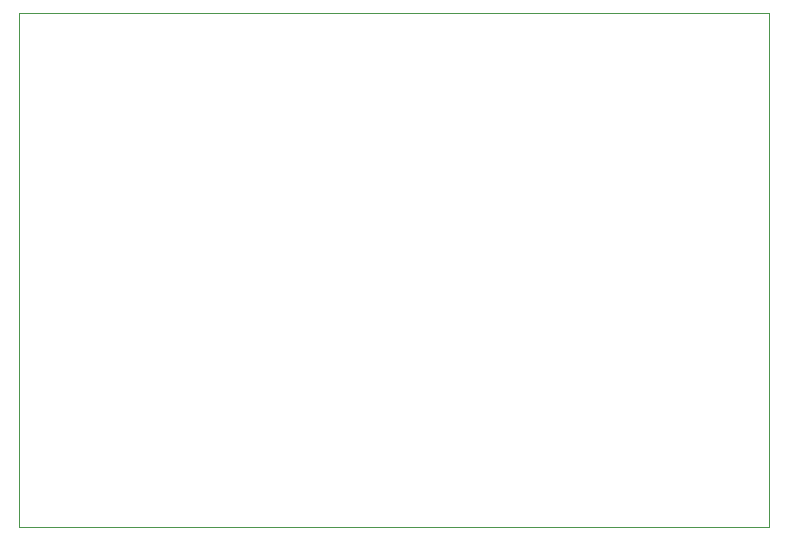
<source format=gbr>
G04 #@! TF.GenerationSoftware,KiCad,Pcbnew,5.1.2-f72e74a~84~ubuntu18.04.1*
G04 #@! TF.CreationDate,2020-02-26T21:12:00+03:00*
G04 #@! TF.ProjectId,connection_board,636f6e6e-6563-4746-996f-6e5f626f6172,rev?*
G04 #@! TF.SameCoordinates,Original*
G04 #@! TF.FileFunction,Profile,NP*
%FSLAX46Y46*%
G04 Gerber Fmt 4.6, Leading zero omitted, Abs format (unit mm)*
G04 Created by KiCad (PCBNEW 5.1.2-f72e74a~84~ubuntu18.04.1) date 2020-02-26 21:12:00*
%MOMM*%
%LPD*%
G04 APERTURE LIST*
%ADD10C,0.050000*%
G04 APERTURE END LIST*
D10*
X72000000Y-105000000D02*
X72000000Y-61500000D01*
X135500000Y-105000000D02*
X72000000Y-105000000D01*
X135500000Y-61500000D02*
X135500000Y-105000000D01*
X72000000Y-61500000D02*
X135500000Y-61500000D01*
M02*

</source>
